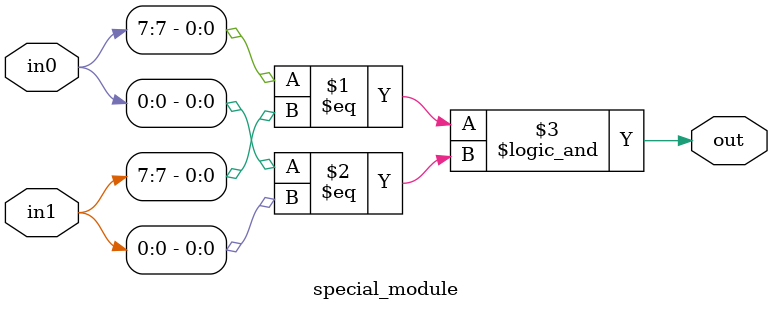
<source format=sv>
`timescale 1ns / 1ps



module special_module
(
    input logic  [7:0] in0,
    input logic  [7:0] in1,
    output logic       out
);
assign out = (in0[7] == in1[7] && in0[0] == in1[0]);
endmodule

</source>
